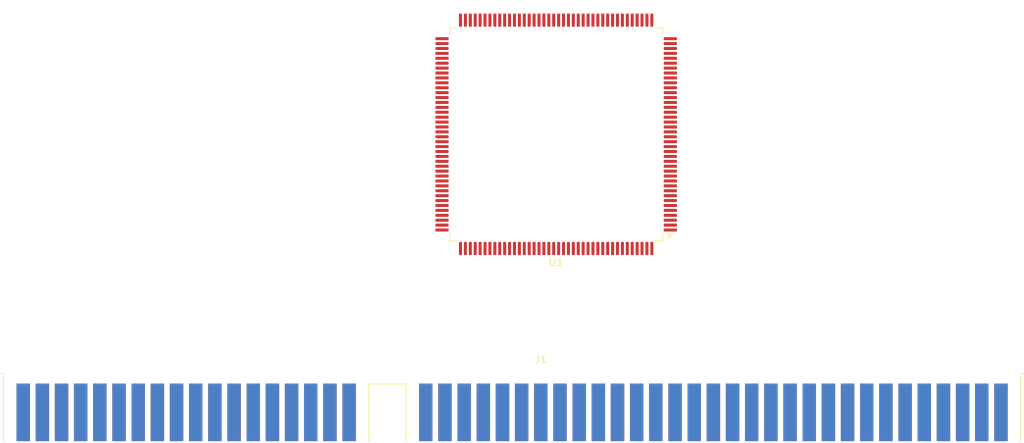
<source format=kicad_pcb>
(kicad_pcb (version 20240108) (generator "pcbnew") (generator_version "8.0")
  (layers (0 "F.Cu" signal) (31 "B.Cu" signal) (34 "B.Paste" user) (35 "F.Paste" user) (36 "B.SilkS" user "B.Silkscreen") (37 "F.SilkS" user "F.Silkscreen") (38 "B.Mask" user) (39 "F.Mask" user) (44 "Edge.Cuts" user))
  (net 0 "")
  (net 2 "Net-(J1-BA13)")
  (net 8 "Net-(J1-D13)")
  (net 12 "Net-(J1-D10)")
  (net 15 "Net-(J1-BA18)")
  (net 16 "Net-(J1-DB4)")
  (net 20 "Net-(J1-D14)")
  (net 22 "Net-(J1-AEN)")
  (net 23 "Net-(J1-BA04)")
  (net 24 "Net-(J1-D11)")
  (net 28 "Net-(J1-BA11)")
  (net 33 "Net-(J1-D8)")
  (net 35 "Net-(J1-D9)")
  (net 36 "Net-(J1-BA00)")
  (net 37 "Net-(J1-DB2)")
  (net 38 "Net-(J1-DB7)")
  (net 39 "Net-(J1-D15)")
  (net 40 "Net-(J1-LA20)")
  (net 46 "Net-(J1-BA01)")
  (net 49 "Net-(J1-D12)")
  (net 50 "Net-(J1-BA09)")
  (net 52 "Net-(J1-BA17)")
  (net 54 "Net-(J1-BA19)")
  (net 56 "Net-(J1-LA23)")
  (net 58 "Net-(J1-BA05)")
  (net 59 "Net-(J1-LA21)")
  (net 61 "Net-(J1-BA16)")
  (net 64 "Net-(J1-DB1)")
  (net 69 "Net-(J1-BA02)")
  (net 70 "Net-(J1-IO)")
  (net 71 "Net-(J1-BA10)")
  (net 72 "Net-(J1-BA06)")
  (net 74 "Net-(J1-DB0)")
  (net 75 "Net-(J1-BA12)")
  (net 77 "Net-(J1-BA07)")
  (net 79 "Net-(J1-BA15)")
  (net 80 "Net-(J1-BA03)")
  (net 85 "Net-(J1-BA08)")
  (net 87 "Net-(J1-DB5)")
  (net 89 "Net-(J1-LA22)")
  (net 90 "Net-(J1-DB6)")
  (net 94 "Net-(J1-IO_READY)")
  (net 96 "Net-(J1-SBHE)")
  (net 97 "Net-(J1-DB3)")
  (net 98 "Net-(J1-BA14)")
  (footprint "Connector_PCBEdge:BUS_AT" (layer "F.Cu") (at 198.755 106.553)
    (property "Reference" "J1" (at -60.96 -6.99 0) (layer "F.SilkS"))
    (property "Value" "Bus_ISA_16bit")
    (fp_line (start -132.15 -5.1) (end -132.55 -5.1) (stroke (width 0.12)) (layer "F.SilkS"))
    (fp_line (start -132.15 3.85) (end -132.15 -5.1) (stroke (width 0.12)) (layer "F.SilkS"))
    (fp_line (start -83.75 -3.75) (end -78.8 -3.75) (stroke (width 0.12)) (layer "F.SilkS"))
    (fp_line (start -83.75 3.85) (end -83.75 -3.75) (stroke (width 0.12)) (layer "F.SilkS"))
    (fp_line (start -78.8 -3.75) (end -78.8 3.85) (stroke (width 0.12)) (layer "F.SilkS"))
    (fp_line (start 2.6 -5.1) (end 3 -5.1) (stroke (width 0.12)) (layer "F.SilkS"))
    (fp_line (start 2.6 3.85) (end 2.6 -5.1) (stroke (width 0.12)) (layer "F.SilkS"))
    (pad "1" connect rect (at 0 0) (size 1.78 7.62) (layers "B.Cu" "B.Mask"))
    (pad "2" connect rect (at -2.54 0) (size 1.78 7.62) (layers "B.Cu" "B.Mask"))
    (pad "3" connect rect (at -5.08 0) (size 1.78 7.62) (layers "B.Cu" "B.Mask"))
    (pad "4" connect rect (at -7.62 0) (size 1.78 7.62) (layers "B.Cu" "B.Mask"))
    (pad "5" connect rect (at -10.16 0) (size 1.78 7.62) (layers "B.Cu" "B.Mask"))
    (pad "6" connect rect (at -12.7 0) (size 1.78 7.62) (layers "B.Cu" "B.Mask"))
    (pad "7" connect rect (at -15.24 0) (size 1.78 7.62) (layers "B.Cu" "B.Mask"))
    (pad "8" connect rect (at -17.78 0) (size 1.78 7.62) (layers "B.Cu" "B.Mask"))
    (pad "9" connect rect (at -20.32 0) (size 1.78 7.62) (layers "B.Cu" "B.Mask"))
    (pad "10" connect rect (at -22.86 0) (size 1.78 7.62) (layers "B.Cu" "B.Mask"))
    (pad "11" connect rect (at -25.4 0) (size 1.78 7.62) (layers "B.Cu" "B.Mask"))
    (pad "12" connect rect (at -27.94 0) (size 1.78 7.62) (layers "B.Cu" "B.Mask"))
    (pad "13" connect rect (at -30.48 0) (size 1.78 7.62) (layers "B.Cu" "B.Mask"))
    (pad "14" connect rect (at -33.02 0) (size 1.78 7.62) (layers "B.Cu" "B.Mask"))
    (pad "15" connect rect (at -35.56 0) (size 1.78 7.62) (layers "B.Cu" "B.Mask"))
    (pad "16" connect rect (at -38.1 0) (size 1.78 7.62) (layers "B.Cu" "B.Mask"))
    (pad "17" connect rect (at -40.64 0) (size 1.78 7.62) (layers "B.Cu" "B.Mask"))
    (pad "18" connect rect (at -43.18 0) (size 1.78 7.62) (layers "B.Cu" "B.Mask"))
    (pad "19" connect rect (at -45.72 0) (size 1.78 7.62) (layers "B.Cu" "B.Mask"))
    (pad "20" connect rect (at -48.26 0) (size 1.78 7.62) (layers "B.Cu" "B.Mask"))
    (pad "21" connect rect (at -50.8 0) (size 1.78 7.62) (layers "B.Cu" "B.Mask"))
    (pad "22" connect rect (at -53.34 0) (size 1.78 7.62) (layers "B.Cu" "B.Mask"))
    (pad "23" connect rect (at -55.88 0) (size 1.78 7.62) (layers "B.Cu" "B.Mask"))
    (pad "24" connect rect (at -58.42 0) (size 1.78 7.62) (layers "B.Cu" "B.Mask"))
    (pad "25" connect rect (at -60.96 0) (size 1.78 7.62) (layers "B.Cu" "B.Mask"))
    (pad "26" connect rect (at -63.5 0) (size 1.78 7.62) (layers "B.Cu" "B.Mask"))
    (pad "27" connect rect (at -66.04 0) (size 1.78 7.62) (layers "B.Cu" "B.Mask"))
    (pad "28" connect rect (at -68.58 0) (size 1.78 7.62) (layers "B.Cu" "B.Mask"))
    (pad "29" connect rect (at -71.12 0) (size 1.78 7.62) (layers "B.Cu" "B.Mask"))
    (pad "30" connect rect (at -73.66 0) (size 1.78 7.62) (layers "B.Cu" "B.Mask"))
    (pad "31" connect rect (at -76.2 0) (size 1.78 7.62) (layers "B.Cu" "B.Mask"))
    (pad "32" connect rect (at 0 0) (size 1.78 7.62) (layers "F.Cu" "F.Mask") (net 70 "Net-(J1-IO)"))
    (pad "33" connect rect (at -2.54 0) (size 1.78 7.62) (layers "F.Cu" "F.Mask") (net 38 "Net-(J1-DB7)"))
    (pad "34" connect rect (at -5.08 0) (size 1.78 7.62) (layers "F.Cu" "F.Mask") (net 90 "Net-(J1-DB6)"))
    (pad "35" connect rect (at -7.62 0) (size 1.78 7.62) (layers "F.Cu" "F.Mask") (net 87 "Net-(J1-DB5)"))
    (pad "36" connect rect (at -10.16 0) (size 1.78 7.62) (layers "F.Cu" "F.Mask") (net 16 "Net-(J1-DB4)"))
    (pad "37" connect rect (at -12.7 0) (size 1.78 7.62) (layers "F.Cu" "F.Mask") (net 97 "Net-(J1-DB3)"))
    (pad "38" connect rect (at -15.24 0) (size 1.78 7.62) (layers "F.Cu" "F.Mask") (net 37 "Net-(J1-DB2)"))
    (pad "39" connect rect (at -17.78 0) (size 1.78 7.62) (layers "F.Cu" "F.Mask") (net 64 "Net-(J1-DB1)"))
    (pad "40" connect rect (at -20.32 0) (size 1.78 7.62) (layers "F.Cu" "F.Mask") (net 74 "Net-(J1-DB0)"))
    (pad "41" connect rect (at -22.86 0) (size 1.78 7.62) (layers "F.Cu" "F.Mask") (net 94 "Net-(J1-IO_READY)"))
    (pad "42" connect rect (at -25.4 0) (size 1.78 7.62) (layers "F.Cu" "F.Mask") (net 22 "Net-(J1-AEN)"))
    (pad "43" connect rect (at -27.94 0) (size 1.78 7.62) (layers "F.Cu" "F.Mask") (net 54 "Net-(J1-BA19)"))
    (pad "44" connect rect (at -30.48 0) (size 1.78 7.62) (layers "F.Cu" "F.Mask") (net 15 "Net-(J1-BA18)"))
    (pad "45" connect rect (at -33.02 0) (size 1.78 7.62) (layers "F.Cu" "F.Mask") (net 52 "Net-(J1-BA17)"))
    (pad "46" connect rect (at -35.56 0) (size 1.78 7.62) (layers "F.Cu" "F.Mask") (net 61 "Net-(J1-BA16)"))
    (pad "47" connect rect (at -38.1 0) (size 1.78 7.62) (layers "F.Cu" "F.Mask") (net 79 "Net-(J1-BA15)"))
    (pad "48" connect rect (at -40.64 0) (size 1.78 7.62) (layers "F.Cu" "F.Mask") (net 98 "Net-(J1-BA14)"))
    (pad "49" connect rect (at -43.18 0) (size 1.78 7.62) (layers "F.Cu" "F.Mask") (net 2 "Net-(J1-BA13)"))
    (pad "50" connect rect (at -45.72 0) (size 1.78 7.62) (layers "F.Cu" "F.Mask") (net 75 "Net-(J1-BA12)"))
    (pad "51" connect rect (at -48.26 0) (size 1.78 7.62) (layers "F.Cu" "F.Mask") (net 28 "Net-(J1-BA11)"))
    (pad "52" connect rect (at -50.8 0) (size 1.78 7.62) (layers "F.Cu" "F.Mask") (net 71 "Net-(J1-BA10)"))
    (pad "53" connect rect (at -53.34 0) (size 1.78 7.62) (layers "F.Cu" "F.Mask") (net 50 "Net-(J1-BA09)"))
    (pad "54" connect rect (at -55.88 0) (size 1.78 7.62) (layers "F.Cu" "F.Mask") (net 85 "Net-(J1-BA08)"))
    (pad "55" connect rect (at -58.42 0) (size 1.78 7.62) (layers "F.Cu" "F.Mask") (net 77 "Net-(J1-BA07)"))
    (pad "56" connect rect (at -60.96 0) (size 1.78 7.62) (layers "F.Cu" "F.Mask") (net 72 "Net-(J1-BA06)"))
    (pad "57" connect rect (at -63.5 0) (size 1.78 7.62) (layers "F.Cu" "F.Mask") (net 58 "Net-(J1-BA05)"))
    (pad "58" connect rect (at -66.04 0) (size 1.78 7.62) (layers "F.Cu" "F.Mask") (net 23 "Net-(J1-BA04)"))
    (pad "59" connect rect (at -68.58 0) (size 1.78 7.62) (layers "F.Cu" "F.Mask") (net 80 "Net-(J1-BA03)"))
    (pad "60" connect rect (at -71.12 0) (size 1.78 7.62) (layers "F.Cu" "F.Mask") (net 69 "Net-(J1-BA02)"))
    (pad "61" connect rect (at -73.66 0) (size 1.78 7.62) (layers "F.Cu" "F.Mask") (net 46 "Net-(J1-BA01)"))
    (pad "62" connect rect (at -76.2 0) (size 1.78 7.62) (layers "F.Cu" "F.Mask") (net 36 "Net-(J1-BA00)"))
    (pad "63" connect rect (at -86.36 0) (size 1.78 7.62) (layers "B.Cu" "B.Mask"))
    (pad "64" connect rect (at -88.9 0) (size 1.78 7.62) (layers "B.Cu" "B.Mask"))
    (pad "65" connect rect (at -91.44 0) (size 1.78 7.62) (layers "B.Cu" "B.Mask"))
    (pad "66" connect rect (at -93.98 0) (size 1.78 7.62) (layers "B.Cu" "B.Mask"))
    (pad "67" connect rect (at -96.52 0) (size 1.78 7.62) (layers "B.Cu" "B.Mask"))
    (pad "68" connect rect (at -99.06 0) (size 1.78 7.62) (layers "B.Cu" "B.Mask"))
    (pad "69" connect rect (at -101.6 0) (size 1.78 7.62) (layers "B.Cu" "B.Mask"))
    (pad "70" connect rect (at -104.14 0) (size 1.78 7.62) (layers "B.Cu" "B.Mask"))
    (pad "71" connect rect (at -106.68 0) (size 1.78 7.62) (layers "B.Cu" "B.Mask"))
    (pad "72" connect rect (at -109.22 0) (size 1.78 7.62) (layers "B.Cu" "B.Mask"))
    (pad "73" connect rect (at -111.76 0) (size 1.78 7.62) (layers "B.Cu" "B.Mask"))
    (pad "74" connect rect (at -114.3 0) (size 1.78 7.62) (layers "B.Cu" "B.Mask"))
    (pad "75" connect rect (at -116.84 0) (size 1.78 7.62) (layers "B.Cu" "B.Mask"))
    (pad "76" connect rect (at -119.38 0) (size 1.78 7.62) (layers "B.Cu" "B.Mask"))
    (pad "77" connect rect (at -121.92 0) (size 1.78 7.62) (layers "B.Cu" "B.Mask"))
    (pad "78" connect rect (at -124.46 0) (size 1.78 7.62) (layers "B.Cu" "B.Mask"))
    (pad "79" connect rect (at -127 0) (size 1.78 7.62) (layers "B.Cu" "B.Mask"))
    (pad "80" connect rect (at -129.54 0) (size 1.78 7.62) (layers "B.Cu" "B.Mask"))
    (pad "81" connect rect (at -86.36 0) (size 1.78 7.62) (layers "F.Cu" "F.Mask") (net 96 "Net-(J1-SBHE)"))
    (pad "82" connect rect (at -88.9 0) (size 1.78 7.62) (layers "F.Cu" "F.Mask") (net 56 "Net-(J1-LA23)"))
    (pad "83" connect rect (at -91.44 0) (size 1.78 7.62) (layers "F.Cu" "F.Mask") (net 89 "Net-(J1-LA22)"))
    (pad "84" connect rect (at -93.98 0) (size 1.78 7.62) (layers "F.Cu" "F.Mask") (net 59 "Net-(J1-LA21)"))
    (pad "85" connect rect (at -96.52 0) (size 1.78 7.62) (layers "F.Cu" "F.Mask") (net 40 "Net-(J1-LA20)"))
    (pad "86" connect rect (at -99.06 0) (size 1.78 7.62) (layers "F.Cu" "F.Mask"))
    (pad "87" connect rect (at -101.6 0) (size 1.78 7.62) (layers "F.Cu" "F.Mask"))
    (pad "88" connect rect (at -104.14 0) (size 1.78 7.62) (layers "F.Cu" "F.Mask"))
    (pad "89" connect rect (at -106.68 0) (size 1.78 7.62) (layers "F.Cu" "F.Mask"))
    (pad "90" connect rect (at -109.22 0) (size 1.78 7.62) (layers "F.Cu" "F.Mask"))
    (pad "91" connect rect (at -111.76 0) (size 1.78 7.62) (layers "F.Cu" "F.Mask") (net 33 "Net-(J1-D8)"))
    (pad "92" connect rect (at -114.3 0) (size 1.78 7.62) (layers "F.Cu" "F.Mask") (net 35 "Net-(J1-D9)"))
    (pad "93" connect rect (at -116.84 0) (size 1.78 7.62) (layers "F.Cu" "F.Mask") (net 12 "Net-(J1-D10)"))
    (pad "94" connect rect (at -119.38 0) (size 1.78 7.62) (layers "F.Cu" "F.Mask") (net 24 "Net-(J1-D11)"))
    (pad "95" connect rect (at -121.92 0) (size 1.78 7.62) (layers "F.Cu" "F.Mask") (net 49 "Net-(J1-D12)"))
    (pad "96" connect rect (at -124.46 0) (size 1.78 7.62) (layers "F.Cu" "F.Mask") (net 8 "Net-(J1-D13)"))
    (pad "97" connect rect (at -127 0) (size 1.78 7.62) (layers "F.Cu" "F.Mask") (net 20 "Net-(J1-D14)"))
    (pad "98" connect rect (at -129.54 0) (size 1.78 7.62) (layers "F.Cu" "F.Mask") (net 39 "Net-(J1-D15)"))
  )
  (footprint "Package_QFP:PQFP-160_28x28mm_P0.65mm" (layer "F.Cu") (at 139.827 69.723 180)
    (property "Reference" "U1" (at 0 -16.95 360) (layer "F.SilkS"))
    (property "Value" "TVGA9000I-3")
    (fp_line (start 14.11 14.11) (end 14.11 13.135) (stroke (width 0.12)) (layer "F.SilkS"))
    (fp_line (start 14.11 -14.11) (end 14.11 -13.135) (stroke (width 0.12)) (layer "F.SilkS"))
    (fp_line (start 13.135 14.11) (end 14.11 14.11) (stroke (width 0.12)) (layer "F.SilkS"))
    (fp_line (start 13.135 -14.11) (end 14.11 -14.11) (stroke (width 0.12)) (layer "F.SilkS"))
    (fp_line (start -13.135 14.11) (end -14.11 14.11) (stroke (width 0.12)) (layer "F.SilkS"))
    (fp_line (start -13.135 -14.11) (end -14.11 -14.11) (stroke (width 0.12)) (layer "F.SilkS"))
    (fp_line (start -14.11 14.11) (end -14.11 13.135) (stroke (width 0.12)) (layer "F.SilkS"))
    (fp_line (start -14.11 -14.11) (end -14.11 -13.135) (stroke (width 0.12)) (layer "F.SilkS"))
    (fp_poly (pts (xy -15 -13.135) (xy -15.34 -13.605) (xy -14.66 -13.605) (xy -15 -13.135)) (stroke (width 0.12)) (fill solid) (layer "F.SilkS"))
    (pad "1" smd roundrect (at -15.125 -12.675 180) (size 1.75 0.4) (layers "F.Cu" "F.Paste" "F.Mask"))
    (pad "2" smd roundrect (at -15.125 -12.025 180) (size 1.75 0.4) (layers "F.Cu" "F.Paste" "F.Mask"))
    (pad "3" smd roundrect (at -15.125 -11.375 180) (size 1.75 0.4) (layers "F.Cu" "F.Paste" "F.Mask"))
    (pad "4" smd roundrect (at -15.125 -10.725 180) (size 1.75 0.4) (layers "F.Cu" "F.Paste" "F.Mask"))
    (pad "5" smd roundrect (at -15.125 -10.075 180) (size 1.75 0.4) (layers "F.Cu" "F.Paste" "F.Mask"))
    (pad "6" smd roundrect (at -15.125 -9.425 180) (size 1.75 0.4) (layers "F.Cu" "F.Paste" "F.Mask"))
    (pad "7" smd roundrect (at -15.125 -8.775 180) (size 1.75 0.4) (layers "F.Cu" "F.Paste" "F.Mask"))
    (pad "8" smd roundrect (at -15.125 -8.125 180) (size 1.75 0.4) (layers "F.Cu" "F.Paste" "F.Mask"))
    (pad "9" smd roundrect (at -15.125 -7.475 180) (size 1.75 0.4) (layers "F.Cu" "F.Paste" "F.Mask"))
    (pad "10" smd roundrect (at -15.125 -6.825 180) (size 1.75 0.4) (layers "F.Cu" "F.Paste" "F.Mask"))
    (pad "11" smd roundrect (at -15.125 -6.175 180) (size 1.75 0.4) (layers "F.Cu" "F.Paste" "F.Mask"))
    (pad "12" smd roundrect (at -15.125 -5.525 180) (size 1.75 0.4) (layers "F.Cu" "F.Paste" "F.Mask"))
    (pad "13" smd roundrect (at -15.125 -4.875 180) (size 1.75 0.4) (layers "F.Cu" "F.Paste" "F.Mask"))
    (pad "14" smd roundrect (at -15.125 -4.225 180) (size 1.75 0.4) (layers "F.Cu" "F.Paste" "F.Mask"))
    (pad "15" smd roundrect (at -15.125 -3.575 180) (size 1.75 0.4) (layers "F.Cu" "F.Paste" "F.Mask"))
    (pad "16" smd roundrect (at -15.125 -2.925 180) (size 1.75 0.4) (layers "F.Cu" "F.Paste" "F.Mask"))
    (pad "17" smd roundrect (at -15.125 -2.275 180) (size 1.75 0.4) (layers "F.Cu" "F.Paste" "F.Mask"))
    (pad "18" smd roundrect (at -15.125 -1.625 180) (size 1.75 0.4) (layers "F.Cu" "F.Paste" "F.Mask"))
    (pad "19" smd roundrect (at -15.125 -0.975 180) (size 1.75 0.4) (layers "F.Cu" "F.Paste" "F.Mask"))
    (pad "20" smd roundrect (at -15.125 -0.325 180) (size 1.75 0.4) (layers "F.Cu" "F.Paste" "F.Mask"))
    (pad "21" smd roundrect (at -15.125 0.325 180) (size 1.75 0.4) (layers "F.Cu" "F.Paste" "F.Mask"))
    (pad "22" smd roundrect (at -15.125 0.975 180) (size 1.75 0.4) (layers "F.Cu" "F.Paste" "F.Mask") (net 22 "Net-(J1-AEN)"))
    (pad "23" smd roundrect (at -15.125 1.625 180) (size 1.75 0.4) (layers "F.Cu" "F.Paste" "F.Mask"))
    (pad "24" smd roundrect (at -15.125 2.275 180) (size 1.75 0.4) (layers "F.Cu" "F.Paste" "F.Mask") (net 70 "Net-(J1-IO)"))
    (pad "25" smd roundrect (at -15.125 2.925 180) (size 1.75 0.4) (layers "F.Cu" "F.Paste" "F.Mask") (net 74 "Net-(J1-DB0)"))
    (pad "26" smd roundrect (at -15.125 3.575 180) (size 1.75 0.4) (layers "F.Cu" "F.Paste" "F.Mask") (net 64 "Net-(J1-DB1)"))
    (pad "27" smd roundrect (at -15.125 4.225 180) (size 1.75 0.4) (layers "F.Cu" "F.Paste" "F.Mask") (net 37 "Net-(J1-DB2)"))
    (pad "28" smd roundrect (at -15.125 4.875 180) (size 1.75 0.4) (layers "F.Cu" "F.Paste" "F.Mask") (net 97 "Net-(J1-DB3)"))
    (pad "29" smd roundrect (at -15.125 5.525 180) (size 1.75 0.4) (layers "F.Cu" "F.Paste" "F.Mask") (net 16 "Net-(J1-DB4)"))
    (pad "30" smd roundrect (at -15.125 6.175 180) (size 1.75 0.4) (layers "F.Cu" "F.Paste" "F.Mask") (net 87 "Net-(J1-DB5)"))
    (pad "31" smd roundrect (at -15.125 6.825 180) (size 1.75 0.4) (layers "F.Cu" "F.Paste" "F.Mask") (net 90 "Net-(J1-DB6)"))
    (pad "32" smd roundrect (at -15.125 7.475 180) (size 1.75 0.4) (layers "F.Cu" "F.Paste" "F.Mask") (net 38 "Net-(J1-DB7)"))
    (pad "33" smd roundrect (at -15.125 8.125 180) (size 1.75 0.4) (layers "F.Cu" "F.Paste" "F.Mask"))
    (pad "34" smd roundrect (at -15.125 8.775 180) (size 1.75 0.4) (layers "F.Cu" "F.Paste" "F.Mask"))
    (pad "35" smd roundrect (at -15.125 9.425 180) (size 1.75 0.4) (layers "F.Cu" "F.Paste" "F.Mask"))
    (pad "36" smd roundrect (at -15.125 10.075 180) (size 1.75 0.4) (layers "F.Cu" "F.Paste" "F.Mask"))
    (pad "37" smd roundrect (at -15.125 10.725 180) (size 1.75 0.4) (layers "F.Cu" "F.Paste" "F.Mask"))
    (pad "38" smd roundrect (at -15.125 11.375 180) (size 1.75 0.4) (layers "F.Cu" "F.Paste" "F.Mask"))
    (pad "39" smd roundrect (at -15.125 12.025 180) (size 1.75 0.4) (layers "F.Cu" "F.Paste" "F.Mask"))
    (pad "40" smd roundrect (at -15.125 12.675 180) (size 1.75 0.4) (layers "F.Cu" "F.Paste" "F.Mask"))
    (pad "41" smd roundrect (at -12.675 15.125 180) (size 0.4 1.75) (layers "F.Cu" "F.Paste" "F.Mask"))
    (pad "42" smd roundrect (at -12.025 15.125 180) (size 0.4 1.75) (layers "F.Cu" "F.Paste" "F.Mask"))
    (pad "43" smd roundrect (at -11.375 15.125 180) (size 0.4 1.75) (layers "F.Cu" "F.Paste" "F.Mask"))
    (pad "44" smd roundrect (at -10.725 15.125 180) (size 0.4 1.75) (layers "F.Cu" "F.Paste" "F.Mask"))
    (pad "45" smd roundrect (at -10.075 15.125 180) (size 0.4 1.75) (layers "F.Cu" "F.Paste" "F.Mask"))
    (pad "46" smd roundrect (at -9.425 15.125 180) (size 0.4 1.75) (layers "F.Cu" "F.Paste" "F.Mask"))
    (pad "47" smd roundrect (at -8.775 15.125 180) (size 0.4 1.75) (layers "F.Cu" "F.Paste" "F.Mask"))
    (pad "48" smd roundrect (at -8.125 15.125 180) (size 0.4 1.75) (layers "F.Cu" "F.Paste" "F.Mask"))
    (pad "49" smd roundrect (at -7.475 15.125 180) (size 0.4 1.75) (layers "F.Cu" "F.Paste" "F.Mask"))
    (pad "50" smd roundrect (at -6.825 15.125 180) (size 0.4 1.75) (layers "F.Cu" "F.Paste" "F.Mask"))
    (pad "51" smd roundrect (at -6.175 15.125 180) (size 0.4 1.75) (layers "F.Cu" "F.Paste" "F.Mask"))
    (pad "52" smd roundrect (at -5.525 15.125 180) (size 0.4 1.75) (layers "F.Cu" "F.Paste" "F.Mask"))
    (pad "53" smd roundrect (at -4.875 15.125 180) (size 0.4 1.75) (layers "F.Cu" "F.Paste" "F.Mask"))
    (pad "54" smd roundrect (at -4.225 15.125 180) (size 0.4 1.75) (layers "F.Cu" "F.Paste" "F.Mask"))
    (pad "55" smd roundrect (at -3.575 15.125 180) (size 0.4 1.75) (layers "F.Cu" "F.Paste" "F.Mask"))
    (pad "56" smd roundrect (at -2.925 15.125 180) (size 0.4 1.75) (layers "F.Cu" "F.Paste" "F.Mask"))
    (pad "57" smd roundrect (at -2.275 15.125 180) (size 0.4 1.75) (layers "F.Cu" "F.Paste" "F.Mask"))
    (pad "58" smd roundrect (at -1.625 15.125 180) (size 0.4 1.75) (layers "F.Cu" "F.Paste" "F.Mask"))
    (pad "59" smd roundrect (at -0.975 15.125 180) (size 0.4 1.75) (layers "F.Cu" "F.Paste" "F.Mask"))
    (pad "60" smd roundrect (at -0.325 15.125 180) (size 0.4 1.75) (layers "F.Cu" "F.Paste" "F.Mask"))
    (pad "61" smd roundrect (at 0.325 15.125 180) (size 0.4 1.75) (layers "F.Cu" "F.Paste" "F.Mask"))
    (pad "62" smd roundrect (at 0.975 15.125 180) (size 0.4 1.75) (layers "F.Cu" "F.Paste" "F.Mask"))
    (pad "63" smd roundrect (at 1.625 15.125 180) (size 0.4 1.75) (layers "F.Cu" "F.Paste" "F.Mask"))
    (pad "64" smd roundrect (at 2.275 15.125 180) (size 0.4 1.75) (layers "F.Cu" "F.Paste" "F.Mask"))
    (pad "65" smd roundrect (at 2.925 15.125 180) (size 0.4 1.75) (layers "F.Cu" "F.Paste" "F.Mask"))
    (pad "66" smd roundrect (at 3.575 15.125 180) (size 0.4 1.75) (layers "F.Cu" "F.Paste" "F.Mask"))
    (pad "67" smd roundrect (at 4.225 15.125 180) (size 0.4 1.75) (layers "F.Cu" "F.Paste" "F.Mask"))
    (pad "68" smd roundrect (at 4.875 15.125 180) (size 0.4 1.75) (layers "F.Cu" "F.Paste" "F.Mask"))
    (pad "69" smd roundrect (at 5.525 15.125 180) (size 0.4 1.75) (layers "F.Cu" "F.Paste" "F.Mask"))
    (pad "70" smd roundrect (at 6.175 15.125 180) (size 0.4 1.75) (layers "F.Cu" "F.Paste" "F.Mask"))
    (pad "71" smd roundrect (at 6.825 15.125 180) (size 0.4 1.75) (layers "F.Cu" "F.Paste" "F.Mask"))
    (pad "72" smd roundrect (at 7.475 15.125 180) (size 0.4 1.75) (layers "F.Cu" "F.Paste" "F.Mask"))
    (pad "73" smd roundrect (at 8.125 15.125 180) (size 0.4 1.75) (layers "F.Cu" "F.Paste" "F.Mask"))
    (pad "74" smd roundrect (at 8.775 15.125 180) (size 0.4 1.75) (layers "F.Cu" "F.Paste" "F.Mask"))
    (pad "75" smd roundrect (at 9.425 15.125 180) (size 0.4 1.75) (layers "F.Cu" "F.Paste" "F.Mask"))
    (pad "76" smd roundrect (at 10.075 15.125 180) (size 0.4 1.75) (layers "F.Cu" "F.Paste" "F.Mask"))
    (pad "77" smd roundrect (at 10.725 15.125 180) (size 0.4 1.75) (layers "F.Cu" "F.Paste" "F.Mask"))
    (pad "78" smd roundrect (at 11.375 15.125 180) (size 0.4 1.75) (layers "F.Cu" "F.Paste" "F.Mask"))
    (pad "79" smd roundrect (at 12.025 15.125 180) (size 0.4 1.75) (layers "F.Cu" "F.Paste" "F.Mask"))
    (pad "80" smd roundrect (at 12.675 15.125 180) (size 0.4 1.75) (layers "F.Cu" "F.Paste" "F.Mask"))
    (pad "81" smd roundrect (at 15.125 12.675 180) (size 1.75 0.4) (layers "F.Cu" "F.Paste" "F.Mask"))
    (pad "82" smd roundrect (at 15.125 12.025 180) (size 1.75 0.4) (layers "F.Cu" "F.Paste" "F.Mask"))
    (pad "83" smd roundrect (at 15.125 11.375 180) (size 1.75 0.4) (layers "F.Cu" "F.Paste" "F.Mask"))
    (pad "84" smd roundrect (at 15.125 10.725 180) (size 1.75 0.4) (layers "F.Cu" "F.Paste" "F.Mask"))
    (pad "85" smd roundrect (at 15.125 10.075 180) (size 1.75 0.4) (layers "F.Cu" "F.Paste" "F.Mask"))
    (pad "86" smd roundrect (at 15.125 9.425 180) (size 1.75 0.4) (layers "F.Cu" "F.Paste" "F.Mask"))
    (pad "87" smd roundrect (at 15.125 8.775 180) (size 1.75 0.4) (layers "F.Cu" "F.Paste" "F.Mask"))
    (pad "88" smd roundrect (at 15.125 8.125 180) (size 1.75 0.4) (layers "F.Cu" "F.Paste" "F.Mask"))
    (pad "89" smd roundrect (at 15.125 7.475 180) (size 1.75 0.4) (layers "F.Cu" "F.Paste" "F.Mask"))
    (pad "90" smd roundrect (at 15.125 6.825 180) (size 1.75 0.4) (layers "F.Cu" "F.Paste" "F.Mask"))
    (pad "91" smd roundrect (at 15.125 6.175 180) (size 1.75 0.4) (layers "F.Cu" "F.Paste" "F.Mask"))
    (pad "92" smd roundrect (at 15.125 5.525 180) (size 1.75 0.4) (layers "F.Cu" "F.Paste" "F.Mask"))
    (pad "93" smd roundrect (at 15.125 4.875 180) (size 1.75 0.4) (layers "F.Cu" "F.Paste" "F.Mask"))
    (pad "94" smd roundrect (at 15.125 4.225 180) (size 1.75 0.4) (layers "F.Cu" "F.Paste" "F.Mask"))
    (pad "95" smd roundrect (at 15.125 3.575 180) (size 1.75 0.4) (layers "F.Cu" "F.Paste" "F.Mask"))
    (pad "96" smd roundrect (at 15.125 2.925 180) (size 1.75 0.4) (layers "F.Cu" "F.Paste" "F.Mask"))
    (pad "97" smd roundrect (at 15.125 2.275 180) (size 1.75 0.4) (layers "F.Cu" "F.Paste" "F.Mask"))
    (pad "98" smd roundrect (at 15.125 1.625 180) (size 1.75 0.4) (layers "F.Cu" "F.Paste" "F.Mask"))
    (pad "99" smd roundrect (at 15.125 0.975 180) (size 1.75 0.4) (layers "F.Cu" "F.Paste" "F.Mask") (net 96 "Net-(J1-SBHE)"))
    (pad "100" smd roundrect (at 15.125 0.325 180) (size 1.75 0.4) (layers "F.Cu" "F.Paste" "F.Mask"))
    (pad "101" smd roundrect (at 15.125 -0.325 180) (size 1.75 0.4) (layers "F.Cu" "F.Paste" "F.Mask"))
    (pad "102" smd roundrect (at 15.125 -0.975 180) (size 1.75 0.4) (layers "F.Cu" "F.Paste" "F.Mask"))
    (pad "103" smd roundrect (at 15.125 -1.625 180) (size 1.75 0.4) (layers "F.Cu" "F.Paste" "F.Mask") (net 39 "Net-(J1-D15)"))
    (pad "104" smd roundrect (at 15.125 -2.275 180) (size 1.75 0.4) (layers "F.Cu" "F.Paste" "F.Mask") (net 20 "Net-(J1-D14)"))
    (pad "105" smd roundrect (at 15.125 -2.925 180) (size 1.75 0.4) (layers "F.Cu" "F.Paste" "F.Mask") (net 8 "Net-(J1-D13)"))
    (pad "106" smd roundrect (at 15.125 -3.575 180) (size 1.75 0.4) (layers "F.Cu" "F.Paste" "F.Mask") (net 49 "Net-(J1-D12)"))
    (pad "107" smd roundrect (at 15.125 -4.225 180) (size 1.75 0.4) (layers "F.Cu" "F.Paste" "F.Mask") (net 24 "Net-(J1-D11)"))
    (pad "108" smd roundrect (at 15.125 -4.875 180) (size 1.75 0.4) (layers "F.Cu" "F.Paste" "F.Mask") (net 12 "Net-(J1-D10)"))
    (pad "109" smd roundrect (at 15.125 -5.525 180) (size 1.75 0.4) (layers "F.Cu" "F.Paste" "F.Mask") (net 35 "Net-(J1-D9)"))
    (pad "110" smd roundrect (at 15.125 -6.175 180) (size 1.75 0.4) (layers "F.Cu" "F.Paste" "F.Mask") (net 33 "Net-(J1-D8)"))
    (pad "111" smd roundrect (at 15.125 -6.825 180) (size 1.75 0.4) (layers "F.Cu" "F.Paste" "F.Mask"))
    (pad "112" smd roundrect (at 15.125 -7.475 180) (size 1.75 0.4) (layers "F.Cu" "F.Paste" "F.Mask"))
    (pad "113" smd roundrect (at 15.125 -8.125 180) (size 1.75 0.4) (layers "F.Cu" "F.Paste" "F.Mask") (net 52 "Net-(J1-BA17)"))
    (pad "114" smd roundrect (at 15.125 -8.775 180) (size 1.75 0.4) (layers "F.Cu" "F.Paste" "F.Mask") (net 15 "Net-(J1-BA18)"))
    (pad "115" smd roundrect (at 15.125 -9.425 180) (size 1.75 0.4) (layers "F.Cu" "F.Paste" "F.Mask") (net 54 "Net-(J1-BA19)"))
    (pad "116" smd roundrect (at 15.125 -10.075 180) (size 1.75 0.4) (layers "F.Cu" "F.Paste" "F.Mask") (net 40 "Net-(J1-LA20)"))
    (pad "117" smd roundrect (at 15.125 -10.725 180) (size 1.75 0.4) (layers "F.Cu" "F.Paste" "F.Mask") (net 59 "Net-(J1-LA21)"))
    (pad "118" smd roundrect (at 15.125 -11.375 180) (size 1.75 0.4) (layers "F.Cu" "F.Paste" "F.Mask") (net 89 "Net-(J1-LA22)"))
    (pad "119" smd roundrect (at 15.125 -12.025 180) (size 1.75 0.4) (layers "F.Cu" "F.Paste" "F.Mask") (net 56 "Net-(J1-LA23)"))
    (pad "120" smd roundrect (at 15.125 -12.675 180) (size 1.75 0.4) (layers "F.Cu" "F.Paste" "F.Mask"))
    (pad "121" smd roundrect (at 12.675 -15.125 180) (size 0.4 1.75) (layers "F.Cu" "F.Paste" "F.Mask"))
    (pad "122" smd roundrect (at 12.025 -15.125 180) (size 0.4 1.75) (layers "F.Cu" "F.Paste" "F.Mask"))
    (pad "123" smd roundrect (at 11.375 -15.125 180) (size 0.4 1.75) (layers "F.Cu" "F.Paste" "F.Mask"))
    (pad "124" smd roundrect (at 10.725 -15.125 180) (size 0.4 1.75) (layers "F.Cu" "F.Paste" "F.Mask"))
    (pad "125" smd roundrect (at 10.075 -15.125 180) (size 0.4 1.75) (layers "F.Cu" "F.Paste" "F.Mask"))
    (pad "126" smd roundrect (at 9.425 -15.125 180) (size 0.4 1.75) (layers "F.Cu" "F.Paste" "F.Mask"))
    (pad "127" smd roundrect (at 8.775 -15.125 180) (size 0.4 1.75) (layers "F.Cu" "F.Paste" "F.Mask"))
    (pad "128" smd roundrect (at 8.125 -15.125 180) (size 0.4 1.75) (layers "F.Cu" "F.Paste" "F.Mask"))
    (pad "129" smd roundrect (at 7.475 -15.125 180) (size 0.4 1.75) (layers "F.Cu" "F.Paste" "F.Mask"))
    (pad "130" smd roundrect (at 6.825 -15.125 180) (size 0.4 1.75) (layers "F.Cu" "F.Paste" "F.Mask"))
    (pad "131" smd roundrect (at 6.175 -15.125 180) (size 0.4 1.75) (layers "F.Cu" "F.Paste" "F.Mask"))
    (pad "132" smd roundrect (at 5.525 -15.125 180) (size 0.4 1.75) (layers "F.Cu" "F.Paste" "F.Mask"))
    (pad "133" smd roundrect (at 4.875 -15.125 180) (size 0.4 1.75) (layers "F.Cu" "F.Paste" "F.Mask"))
    (pad "134" smd roundrect (at 4.225 -15.125 180) (size 0.4 1.75) (layers "F.Cu" "F.Paste" "F.Mask"))
    (pad "135" smd roundrect (at 3.575 -15.125 180) (size 0.4 1.75) (layers "F.Cu" "F.Paste" "F.Mask") (net 36 "Net-(J1-BA00)"))
    (pad "136" smd roundrect (at 2.925 -15.125 180) (size 0.4 1.75) (layers "F.Cu" "F.Paste" "F.Mask") (net 46 "Net-(J1-BA01)"))
    (pad "137" smd roundrect (at 2.275 -15.125 180) (size 0.4 1.75) (layers "F.Cu" "F.Paste" "F.Mask") (net 69 "Net-(J1-BA02)"))
    (pad "138" smd roundrect (at 1.625 -15.125 180) (size 0.4 1.75) (layers "F.Cu" "F.Paste" "F.Mask") (net 80 "Net-(J1-BA03)"))
    (pad "139" smd roundrect (at 0.975 -15.125 180) (size 0.4 1.75) (layers "F.Cu" "F.Paste" "F.Mask") (net 23 "Net-(J1-BA04)"))
    (pad "140" smd roundrect (at 0.325 -15.125 180) (size 0.4 1.75) (layers "F.Cu" "F.Paste" "F.Mask") (net 58 "Net-(J1-BA05)"))
    (pad "141" smd roundrect (at -0.325 -15.125 180) (size 0.4 1.75) (layers "F.Cu" "F.Paste" "F.Mask") (net 72 "Net-(J1-BA06)"))
    (pad "142" smd roundrect (at -0.975 -15.125 180) (size 0.4 1.75) (layers "F.Cu" "F.Paste" "F.Mask") (net 77 "Net-(J1-BA07)"))
    (pad "143" smd roundrect (at -1.625 -15.125 180) (size 0.4 1.75) (layers "F.Cu" "F.Paste" "F.Mask"))
    (pad "144" smd roundrect (at -2.275 -15.125 180) (size 0.4 1.75) (layers "F.Cu" "F.Paste" "F.Mask") (net 85 "Net-(J1-BA08)"))
    (pad "145" smd roundrect (at -2.925 -15.125 180) (size 0.4 1.75) (layers "F.Cu" "F.Paste" "F.Mask") (net 50 "Net-(J1-BA09)"))
    (pad "146" smd roundrect (at -3.575 -15.125 180) (size 0.4 1.75) (layers "F.Cu" "F.Paste" "F.Mask") (net 71 "Net-(J1-BA10)"))
    (pad "147" smd roundrect (at -4.225 -15.125 180) (size 0.4 1.75) (layers "F.Cu" "F.Paste" "F.Mask") (net 28 "Net-(J1-BA11)"))
    (pad "148" smd roundrect (at -4.875 -15.125 180) (size 0.4 1.75) (layers "F.Cu" "F.Paste" "F.Mask") (net 75 "Net-(J1-BA12)"))
    (pad "149" smd roundrect (at -5.525 -15.125 180) (size 0.4 1.75) (layers "F.Cu" "F.Paste" "F.Mask") (net 2 "Net-(J1-BA13)"))
    (pad "150" smd roundrect (at -6.175 -15.125 180) (size 0.4 1.75) (layers "F.Cu" "F.Paste" "F.Mask") (net 98 "Net-(J1-BA14)"))
    (pad "151" smd roundrect (at -6.825 -15.125 180) (size 0.4 1.75) (layers "F.Cu" "F.Paste" "F.Mask") (net 79 "Net-(J1-BA15)"))
    (pad "152" smd roundrect (at -7.475 -15.125 180) (size 0.4 1.75) (layers "F.Cu" "F.Paste" "F.Mask") (net 61 "Net-(J1-BA16)"))
    (pad "153" smd roundrect (at -8.125 -15.125 180) (size 0.4 1.75) (layers "F.Cu" "F.Paste" "F.Mask"))
    (pad "154" smd roundrect (at -8.775 -15.125 180) (size 0.4 1.75) (layers "F.Cu" "F.Paste" "F.Mask"))
    (pad "155" smd roundrect (at -9.425 -15.125 180) (size 0.4 1.75) (layers "F.Cu" "F.Paste" "F.Mask"))
    (pad "156" smd roundrect (at -10.075 -15.125 180) (size 0.4 1.75) (layers "F.Cu" "F.Paste" "F.Mask"))
    (pad "157" smd roundrect (at -10.725 -15.125 180) (size 0.4 1.75) (layers "F.Cu" "F.Paste" "F.Mask") (net 94 "Net-(J1-IO_READY)"))
    (pad "158" smd roundrect (at -11.375 -15.125 180) (size 0.4 1.75) (layers "F.Cu" "F.Paste" "F.Mask"))
    (pad "159" smd roundrect (at -12.025 -15.125 180) (size 0.4 1.75) (layers "F.Cu" "F.Paste" "F.Mask"))
    (pad "160" smd roundrect (at -12.675 -15.125 180) (size 0.4 1.75) (layers "F.Cu" "F.Paste" "F.Mask"))
  )
)
</source>
